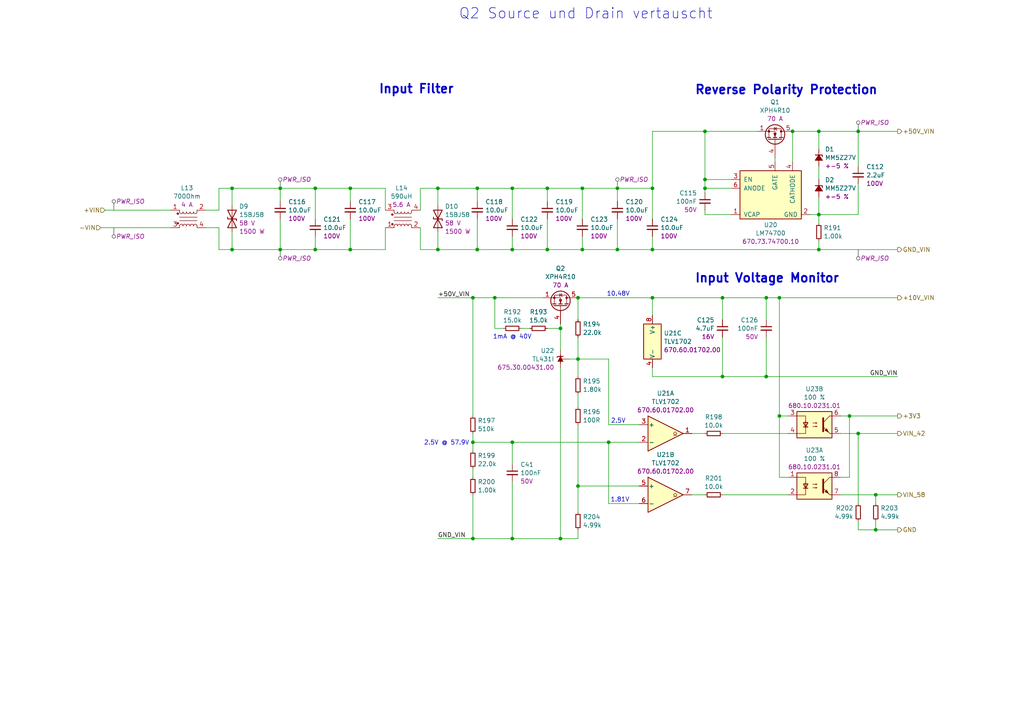
<source format=kicad_sch>
(kicad_sch (version 20250114) (generator "eeschema") (generator_version "9.0")
  (paper "A4")
  (title_block (title "CQ2") (date "2024-08-03") (rev "0") (comment 1 "Power Filter and Supervisor") (comment 2 "Manfred Schmitz") (comment 3 "tbd") (comment 4 "2024-06-30") (comment 5 "tbd") (comment 6 "A"))
  (text "1.81V\n" (at 179.832 145.034 0) (effects (font (size 1.27 1.27))))
  (text "Input Voltage Monitor" (at 201.422 82.296 0) (effects (font (size 2.54 2.54) (thickness 0.508) (bold yes)) (justify left bottom)))
  (text "Input Filter" (at 109.728 27.432 0) (effects (font (size 2.54 2.54) (thickness 0.508) (bold yes)) (justify left bottom)))
  (text "10.48V" (at 179.324 85.344 0) (effects (font (size 1.27 1.27))))
  (text "1mA @ 40V" (at 148.59 97.79 0) (effects (font (size 1.27 1.27))))
  (text "2.5V @ 57.9V" (at 129.54 128.524 0) (effects (font (size 1.27 1.27))))
  (text "2.5V" (at 179.324 122.174 0) (effects (font (size 1.27 1.27))))
  (text "Q2 Source und Drain vertauscht" (at 169.926 4.064 0) (effects (font (size 3 3))))
  (text "Reverse Polarity Protection" (at 201.422 27.686 0) (effects (font (size 2.54 2.54) (thickness 0.508) (bold yes)) (justify left bottom)))
  (junction (at 189.23 86.36))
  (junction (at 246.38 120.65))
  (junction (at 137.16 156.21))
  (junction (at 209.55 109.22))
  (junction (at 158.75 72.39))
  (junction (at 226.06 86.36))
  (junction (at 127 72.39))
  (junction (at 168.91 72.39))
  (junction (at 101.6 54.61))
  (junction (at 127 54.61))
  (junction (at 162.56 156.21))
  (junction (at 138.43 72.39))
  (junction (at 81.28 72.39))
  (junction (at 148.59 72.39))
  (junction (at 137.16 86.36))
  (junction (at 143.51 86.36))
  (junction (at 81.28 54.61))
  (junction (at 248.92 125.73))
  (junction (at 254 153.67))
  (junction (at 148.59 54.61))
  (junction (at 167.64 104.14))
  (junction (at 222.25 109.22))
  (junction (at 254 143.51))
  (junction (at 237.49 72.39))
  (junction (at 137.16 128.27))
  (junction (at 162.56 95.25))
  (junction (at 138.43 54.61))
  (junction (at 67.31 54.61))
  (junction (at 237.49 38.1))
  (junction (at 176.53 128.27))
  (junction (at 204.47 38.1))
  (junction (at 148.59 156.21))
  (junction (at 189.23 54.61))
  (junction (at 204.47 54.61))
  (junction (at 189.23 72.39))
  (junction (at 222.25 86.36))
  (junction (at 237.49 62.23))
  (junction (at 226.06 120.65))
  (junction (at 91.44 54.61))
  (junction (at 148.59 128.27))
  (junction (at 167.64 140.97))
  (junction (at 248.92 38.1))
  (junction (at 91.44 72.39))
  (junction (at 179.07 54.61))
  (junction (at 209.55 86.36))
  (junction (at 158.75 54.61))
  (junction (at 67.31 72.39))
  (junction (at 167.64 86.36))
  (junction (at 168.91 54.61))
  (junction (at 204.47 52.07))
  (junction (at 229.87 38.1))
  (junction (at 179.07 72.39))
  (junction (at 101.6 72.39))
  (wire (pts (xy 204.47 62.23) (xy 212.09 62.23)))
  (wire (pts (xy 204.47 38.1) (xy 189.23 38.1)))
  (wire (pts (xy 168.91 54.61) (xy 179.07 54.61)))
  (wire (pts (xy 248.92 62.23) (xy 237.49 62.23)))
  (wire (pts (xy 101.6 72.39) (xy 111.76 72.39)))
  (wire (pts (xy 121.92 54.61) (xy 127 54.61)))
  (wire (pts (xy 91.44 68.58) (xy 91.44 72.39)))
  (wire (pts (xy 237.49 72.39) (xy 237.49 69.85)))
  (wire (pts (xy 158.75 54.61) (xy 158.75 58.42)))
  (wire (pts (xy 148.59 128.27) (xy 176.53 128.27)))
  (wire (pts (xy 237.49 57.15) (xy 237.49 62.23)))
  (wire (pts (xy 121.92 66.04) (xy 121.92 72.39)))
  (wire (pts (xy 209.55 86.36) (xy 222.25 86.36)))
  (wire (pts (xy 63.5 66.04) (xy 59.69 66.04)))
  (wire (pts (xy 29.21 66.04) (xy 49.53 66.04)))
  (wire (pts (xy 168.91 68.58) (xy 168.91 72.39)))
  (wire (pts (xy 200.66 125.73) (xy 204.47 125.73)))
  (wire (pts (xy 243.84 125.73) (xy 248.92 125.73)))
  (wire (pts (xy 209.55 143.51) (xy 228.6 143.51)))
  (wire (pts (xy 222.25 109.22) (xy 260.35 109.22)))
  (wire (pts (xy 237.49 48.26) (xy 237.49 52.07)))
  (wire (pts (xy 167.64 114.3) (xy 167.64 118.11)))
  (wire (pts (xy 148.59 72.39) (xy 158.75 72.39)))
  (wire (pts (xy 101.6 72.39) (xy 101.6 63.5)))
  (wire (pts (xy 204.47 38.1) (xy 204.47 52.07)))
  (wire (pts (xy 162.56 156.21) (xy 167.64 156.21)))
  (wire (pts (xy 127 67.31) (xy 127 72.39)))
  (wire (pts (xy 185.42 123.19) (xy 176.53 123.19)))
  (wire (pts (xy 63.5 54.61) (xy 63.5 60.96)))
  (wire (pts (xy 63.5 72.39) (xy 63.5 66.04)))
  (wire (pts (xy 148.59 156.21) (xy 162.56 156.21)))
  (wire (pts (xy 137.16 125.73) (xy 137.16 128.27)))
  (wire (pts (xy 229.87 38.1) (xy 229.87 46.99)))
  (wire (pts (xy 189.23 68.58) (xy 189.23 72.39)))
  (wire (pts (xy 204.47 54.61) (xy 204.47 55.88)))
  (wire (pts (xy 209.55 109.22) (xy 222.25 109.22)))
  (wire (pts (xy 189.23 86.36) (xy 189.23 91.44)))
  (wire (pts (xy 176.53 123.19) (xy 176.53 104.14)))
  (wire (pts (xy 209.55 125.73) (xy 228.6 125.73)))
  (wire (pts (xy 167.64 104.14) (xy 176.53 104.14)))
  (wire (pts (xy 222.25 86.36) (xy 226.06 86.36)))
  (wire (pts (xy 167.64 97.79) (xy 167.64 104.14)))
  (wire (pts (xy 63.5 60.96) (xy 59.69 60.96)))
  (wire (pts (xy 248.92 38.1) (xy 260.35 38.1)))
  (wire (pts (xy 158.75 54.61) (xy 168.91 54.61)))
  (wire (pts (xy 246.38 120.65) (xy 260.35 120.65)))
  (wire (pts (xy 179.07 54.61) (xy 189.23 54.61)))
  (wire (pts (xy 81.28 54.61) (xy 91.44 54.61)))
  (wire (pts (xy 226.06 86.36) (xy 226.06 120.65)))
  (wire (pts (xy 189.23 109.22) (xy 209.55 109.22)))
  (wire (pts (xy 148.59 139.7) (xy 148.59 156.21)))
  (wire (pts (xy 185.42 128.27) (xy 176.53 128.27)))
  (wire (pts (xy 67.31 72.39) (xy 81.28 72.39)))
  (wire (pts (xy 179.07 72.39) (xy 179.07 63.5)))
  (wire (pts (xy 167.64 140.97) (xy 167.64 148.59)))
  (wire (pts (xy 228.6 138.43) (xy 226.06 138.43)))
  (wire (pts (xy 138.43 72.39) (xy 148.59 72.39)))
  (wire (pts (xy 237.49 62.23) (xy 237.49 64.77)))
  (wire (pts (xy 189.23 54.61) (xy 189.23 63.5)))
  (wire (pts (xy 243.84 138.43) (xy 246.38 138.43)))
  (wire (pts (xy 167.64 104.14) (xy 167.64 109.22)))
  (wire (pts (xy 158.75 72.39) (xy 158.75 63.5)))
  (wire (pts (xy 101.6 54.61) (xy 101.6 58.42)))
  (wire (pts (xy 137.16 86.36) (xy 137.16 120.65)))
  (wire (pts (xy 148.59 54.61) (xy 158.75 54.61)))
  (wire (pts (xy 248.92 48.26) (xy 248.92 38.1)))
  (wire (pts (xy 91.44 54.61) (xy 91.44 63.5)))
  (wire (pts (xy 254 143.51) (xy 260.35 143.51)))
  (wire (pts (xy 162.56 93.98) (xy 162.56 95.25)))
  (wire (pts (xy 167.64 153.67) (xy 167.64 156.21)))
  (wire (pts (xy 30.48 60.96) (xy 49.53 60.96)))
  (wire (pts (xy 127 72.39) (xy 138.43 72.39)))
  (wire (pts (xy 248.92 151.13) (xy 248.92 153.67)))
  (wire (pts (xy 165.1 104.14) (xy 167.64 104.14)))
  (wire (pts (xy 111.76 60.96) (xy 111.76 54.61)))
  (wire (pts (xy 168.91 72.39) (xy 179.07 72.39)))
  (wire (pts (xy 81.28 58.42) (xy 81.28 54.61)))
  (wire (pts (xy 111.76 54.61) (xy 101.6 54.61)))
  (wire (pts (xy 81.28 63.5) (xy 81.28 72.39)))
  (wire (pts (xy 148.59 54.61) (xy 148.59 63.5)))
  (wire (pts (xy 222.25 97.79) (xy 222.25 109.22)))
  (wire (pts (xy 167.64 86.36) (xy 167.64 92.71)))
  (wire (pts (xy 226.06 138.43) (xy 226.06 120.65)))
  (wire (pts (xy 127 86.36) (xy 137.16 86.36)))
  (wire (pts (xy 176.53 128.27) (xy 176.53 146.05)))
  (wire (pts (xy 162.56 95.25) (xy 162.56 101.6)))
  (wire (pts (xy 226.06 120.65) (xy 228.6 120.65)))
  (wire (pts (xy 162.56 106.68) (xy 162.56 156.21)))
  (wire (pts (xy 127 54.61) (xy 127 59.69)))
  (wire (pts (xy 67.31 54.61) (xy 81.28 54.61)))
  (wire (pts (xy 137.16 143.51) (xy 137.16 156.21)))
  (wire (pts (xy 248.92 53.34) (xy 248.92 62.23)))
  (wire (pts (xy 146.05 95.25) (xy 143.51 95.25)))
  (wire (pts (xy 248.92 125.73) (xy 260.35 125.73)))
  (wire (pts (xy 63.5 72.39) (xy 67.31 72.39)))
  (wire (pts (xy 204.47 54.61) (xy 212.09 54.61)))
  (wire (pts (xy 179.07 72.39) (xy 189.23 72.39)))
  (wire (pts (xy 204.47 52.07) (xy 204.47 54.61)))
  (wire (pts (xy 189.23 72.39) (xy 237.49 72.39)))
  (wire (pts (xy 137.16 135.89) (xy 137.16 138.43)))
  (wire (pts (xy 138.43 63.5) (xy 138.43 72.39)))
  (wire (pts (xy 204.47 38.1) (xy 219.71 38.1)))
  (wire (pts (xy 167.64 123.19) (xy 167.64 140.97)))
  (wire (pts (xy 248.92 153.67) (xy 254 153.67)))
  (wire (pts (xy 234.95 62.23) (xy 237.49 62.23)))
  (wire (pts (xy 209.55 92.71) (xy 209.55 86.36)))
  (wire (pts (xy 81.28 72.39) (xy 91.44 72.39)))
  (wire (pts (xy 91.44 54.61) (xy 101.6 54.61)))
  (wire (pts (xy 204.47 52.07) (xy 212.09 52.07)))
  (wire (pts (xy 189.23 38.1) (xy 189.23 54.61)))
  (wire (pts (xy 248.92 38.1) (xy 237.49 38.1)))
  (wire (pts (xy 189.23 106.68) (xy 189.23 109.22)))
  (wire (pts (xy 200.66 143.51) (xy 204.47 143.51)))
  (wire (pts (xy 158.75 95.25) (xy 162.56 95.25)))
  (wire (pts (xy 167.64 140.97) (xy 185.42 140.97)))
  (wire (pts (xy 67.31 54.61) (xy 67.31 59.69)))
  (wire (pts (xy 222.25 92.71) (xy 222.25 86.36)))
  (wire (pts (xy 158.75 72.39) (xy 168.91 72.39)))
  (wire (pts (xy 176.53 146.05) (xy 185.42 146.05)))
  (wire (pts (xy 137.16 86.36) (xy 143.51 86.36)))
  (wire (pts (xy 148.59 68.58) (xy 148.59 72.39)))
  (wire (pts (xy 137.16 128.27) (xy 148.59 128.27)))
  (wire (pts (xy 237.49 72.39) (xy 260.35 72.39)))
  (wire (pts (xy 246.38 138.43) (xy 246.38 120.65)))
  (wire (pts (xy 137.16 156.21) (xy 148.59 156.21)))
  (wire (pts (xy 137.16 128.27) (xy 137.16 130.81)))
  (wire (pts (xy 127 54.61) (xy 138.43 54.61)))
  (wire (pts (xy 63.5 54.61) (xy 67.31 54.61)))
  (wire (pts (xy 167.64 86.36) (xy 189.23 86.36)))
  (wire (pts (xy 151.13 95.25) (xy 153.67 95.25)))
  (wire (pts (xy 138.43 58.42) (xy 138.43 54.61)))
  (wire (pts (xy 254 153.67) (xy 260.35 153.67)))
  (wire (pts (xy 248.92 125.73) (xy 248.92 146.05)))
  (wire (pts (xy 204.47 60.96) (xy 204.47 62.23)))
  (wire (pts (xy 143.51 86.36) (xy 157.48 86.36)))
  (wire (pts (xy 148.59 128.27) (xy 148.59 134.62)))
  (wire (pts (xy 143.51 95.25) (xy 143.51 86.36)))
  (wire (pts (xy 121.92 72.39) (xy 127 72.39)))
  (wire (pts (xy 189.23 86.36) (xy 209.55 86.36)))
  (wire (pts (xy 111.76 66.04) (xy 111.76 72.39)))
  (wire (pts (xy 254 151.13) (xy 254 153.67)))
  (wire (pts (xy 91.44 72.39) (xy 101.6 72.39)))
  (wire (pts (xy 237.49 38.1) (xy 237.49 43.18)))
  (wire (pts (xy 138.43 54.61) (xy 148.59 54.61)))
  (wire (pts (xy 127 156.21) (xy 137.16 156.21)))
  (wire (pts (xy 254 146.05) (xy 254 143.51)))
  (wire (pts (xy 226.06 86.36) (xy 260.35 86.36)))
  (wire (pts (xy 121.92 60.96) (xy 121.92 54.61)))
  (wire (pts (xy 209.55 97.79) (xy 209.55 109.22)))
  (wire (pts (xy 246.38 120.65) (xy 243.84 120.65)))
  (wire (pts (xy 179.07 54.61) (xy 179.07 58.42)))
  (wire (pts (xy 224.79 45.72) (xy 224.79 46.99)))
  (wire (pts (xy 237.49 38.1) (xy 229.87 38.1)))
  (wire (pts (xy 67.31 67.31) (xy 67.31 72.39)))
  (wire (pts (xy 243.84 143.51) (xy 254 143.51)))
  (wire (pts (xy 168.91 54.61) (xy 168.91 63.5)))
  (label "GND_VIN" (at 127 156.21 0))
  (label "+50V_VIN" (at 127 86.36 0))
  (label "GND_VIN" (at 260.35 109.22 180))
  (hierarchical_label "+50V_VIN" (shape output) (at 260.35 38.1 0))
  (hierarchical_label "+3V3" (shape output) (at 260.35 120.65 0))
  (hierarchical_label "+10V_VIN" (shape output) (at 260.35 86.36 0))
  (hierarchical_label "-VIN" (shape input) (at 29.21 66.04 180))
  (hierarchical_label "VIN_42" (shape output) (at 260.35 125.73 0))
  (hierarchical_label "GND_VIN" (shape output) (at 260.35 72.39 0))
  (hierarchical_label "GND" (shape output) (at 260.35 153.67 0))
  (hierarchical_label "+VIN" (shape input) (at 30.48 60.96 180))
  (hierarchical_label "VIN_58" (shape output) (at 260.35 143.51 0))
  (netclass_flag "" (length 2.54) (shape round) (at 33.02 66.04 180) (property "Netclass" "PWR_ISO" (at 33.6296 68.58 0) (effects (font (italic yes)) (justify left))))
  (netclass_flag "" (length 2.54) (shape round) (at 179.07 54.61 0) (property "Netclass" "PWR_ISO" (at 179.6796 52.07 0) (effects (font (italic yes)) (justify left))))
  (netclass_flag "" (length 2.54) (shape round) (at 248.92 72.39 180) (property "Netclass" "PWR_ISO" (at 249.5296 74.93 0) (effects (font (italic yes)) (justify left))))
  (netclass_flag "" (length 2.54) (shape round) (at 81.28 54.61 0) (property "Netclass" "PWR_ISO" (at 81.8896 52.07 0) (effects (font (italic yes)) (justify left))))
  (netclass_flag "" (length 2.54) (shape round) (at 248.92 38.1 0) (property "Netclass" "PWR_ISO" (at 249.5296 35.56 0) (effects (font (italic yes)) (justify left))))
  (netclass_flag "" (length 2.54) (shape round) (at 81.28 72.39 180) (property "Netclass" "PWR_ISO" (at 81.8896 74.93 0) (effects (font (italic yes)) (justify left))))
  (netclass_flag "" (length 2.54) (shape round) (at 33.02 60.96 0) (property "Netclass" "PWR_ISO" (at 33.6296 58.42 0) (effects (font (italic yes)) (justify left))))
  (symbol (lib_id "ci4rail-database:resistors/179") (at 207.01 143.51 90) (unit 1)
    (property "Reference" "R201" (at 207.01 138.7305 90))
    (property "Value" "10.0k" (at 207.01 141.1548 90))
    (property "Footprint" "0-standard:0402-resistor" (effects (hide yes)))
    (property "Description" "Thick film resistor" (effects (hide yes)))
    (property "Value1" "+/-1%" (effects (hide yes)))
    (property "Value2" "100 ppm" (effects (hide yes)))
    (property "Value3" "62.5 mW" (effects (hide yes)))
    (property "Value4" "50 V" (effects (hide yes)))
    (property "MPN" "n/a" (effects (hide yes)))
    (property "LTB" "9999" (effects (hide yes)))
    (property "ERP1" "M110-00163-00" (effects (hide yes)))
    (property "ERP2" "101.403.3100" (effects (hide yes)))
    (property "Lifecycle" "released" (effects (hide yes)))
    (property "Cost" "0.01" (effects (hide yes)))
    (property "Outline" "SMT 0402" (effects (hide yes)))
  )
  (symbol (lib_id "ci4rail-database:resistors/170") (at 254 148.59 180) (unit 1)
    (property "Reference" "R203" (at 255.397 147.3778 0) (effects (justify right)))
    (property "Value" "4.99k" (at 255.397 149.8021 0) (effects (justify right)))
    (property "Footprint" "0-standard:0402-resistor" (effects (hide yes)))
    (property "Description" "Thick film resistor" (effects (hide yes)))
    (property "Value1" "+/-1%" (effects (hide yes)))
    (property "Value2" "100 ppm" (effects (hide yes)))
    (property "Value3" "62.5 mW" (effects (hide yes)))
    (property "Value4" "50 V" (effects (hide yes)))
    (property "MPN" "n/a" (effects (hide yes)))
    (property "LTB" "9999" (effects (hide yes)))
    (property "ERP1" "M110-00154-00" (effects (hide yes)))
    (property "ERP2" "101.403.2499" (effects (hide yes)))
    (property "Lifecycle" "released" (effects (hide yes)))
    (property "Cost" "0.01" (effects (hide yes)))
    (property "Outline" "SMT 0402" (effects (hide yes)))
  )
  (symbol (lib_id "ci4rail-database:resistors/179") (at 207.01 125.73 90) (unit 1)
    (property "Reference" "R198" (at 207.01 120.9505 90))
    (property "Value" "10.0k" (at 207.01 123.3748 90))
    (property "Footprint" "0-standard:0402-resistor" (effects (hide yes)))
    (property "Description" "Thick film resistor" (effects (hide yes)))
    (property "Value1" "+/-1%" (effects (hide yes)))
    (property "Value2" "100 ppm" (effects (hide yes)))
    (property "Value3" "62.5 mW" (effects (hide yes)))
    (property "Value4" "50 V" (effects (hide yes)))
    (property "MPN" "n/a" (effects (hide yes)))
    (property "LTB" "9999" (effects (hide yes)))
    (property "ERP1" "M110-00163-00" (effects (hide yes)))
    (property "ERP2" "101.403.3100" (effects (hide yes)))
    (property "Lifecycle" "released" (effects (hide yes)))
    (property "Cost" "0.01" (effects (hide yes)))
    (property "Outline" "SMT 0402" (effects (hide yes)))
  )
  (symbol (lib_id "ci4rail-database:discrete/67") (at 237.49 45.72 270) (unit 1)
    (property "Reference" "D1" (at 239.268 43.2957 90) (effects (justify left)))
    (property "Value" "MM5Z27V" (at 239.268 45.72 90) (effects (justify left)))
    (property "Footprint" "0-standard:SOD-523-diode" (effects (hide yes)))
    (property "Datasheet" "${KICAD_CI4RAIL_DATASHEET_DIR}/discrete-67" (effects (hide yes)))
    (property "Description" "Zener Diode" (effects (hide yes)))
    (property "Value2" "+-5 %" (at 239.268 48.1443 90) (effects (justify left)))
    (property "Value1" "27 V" (effects (hide yes)))
    (property "Value3" "300mW" (effects (hide yes)))
    (property "MPN" "OnSemi MM5Z27VT5GF" (effects (hide yes)))
    (property "LTB" "2034" (effects (hide yes)))
    (property "ERP1" "discrete-67" (effects (hide yes)))
    (property "ERP2" "690.51.0270.20.1" (effects (hide yes)))
    (property "Cost" "0.04" (effects (hide yes)))
    (property "Lifecycle" "review pending CQ2" (effects (hide yes)))
    (property "Outline" "SMT SOD-523" (effects (hide yes)))
  )
  (symbol (lib_id "ci4rail-database:integrated/143") (at 193.04 143.51 0) (unit 2)
    (property "Reference" "U21" (at 193.04 131.8613 0))
    (property "Value" "TLV1702" (at 193.04 134.2856 0))
    (property "Footprint" "0-standard:VSSOP-8_3.0x3.0mm_P0.65mm" (effects (hide yes)))
    (property "Datasheet" "${KICAD_CI4RAIL_DATASHEET_DIR}/integrated-143" (effects (hide yes)))
    (property "Description" "Analog Comparator dual" (effects (hide yes)))
    (property "Value1" "2.2 to 36 V" (effects (hide yes)))
    (property "Value2" "560 ns" (effects (hide yes)))
    (property "ERP2" "670.60.01702.00" (at 193.04 136.7099 0))
    (property "Value3" "Open drain" (effects (hide yes)))
    (property "MPN" "TI TLV1702AIDGKR" (effects (hide yes)))
    (property "LTB" "2034" (effects (hide yes)))
    (property "ERP1" "integrated-143" (effects (hide yes)))
    (property "Cost" "0.79" (effects (hide yes)))
    (property "Lifecycle" "ERP1 pending SO1" (effects (hide yes)))
    (property "Outline" "SMT VSSOP-8_3.0x3.0mm_P0.65mm" (effects (hide yes)))
  )
  (symbol (lib_id "ci4rail-database:capacitors/23") (at 179.07 60.96 0) (unit 1)
    (property "Reference" "C120" (at 181.3941 58.542 0) (effects (justify left)))
    (property "Value" "10.0uF" (at 181.3941 60.9663 0) (effects (justify left)))
    (property "Footprint" "0-standard:1210-2.5-capacitor" (effects (hide yes)))
    (property "Description" "Multilayer Ceramic Capacitors" (effects (hide yes)))
    (property "Value1" "+/-20 %" (effects (hide yes)))
    (property "Value2" "100V" (at 181.3941 63.3906 0) (effects (justify left)))
    (property "Value3" "X7R/X7S" (effects (hide yes)))
    (property "MPN" "n/a" (effects (hide yes)))
    (property "LTB" "9999" (effects (hide yes)))
    (property "ERP1" "M120-00012-01" (effects (hide yes)))
    (property "ERP2" "110.11.610.100.1" (effects (hide yes)))
    (property "Lifecycle" "released" (effects (hide yes)))
    (property "Outline" "SMT 1210 2.5" (effects (hide yes)))
  )
  (symbol (lib_id "ci4rail-database:resistors/185") (at 156.21 95.25 90) (unit 1)
    (property "Reference" "R193" (at 156.21 90.4705 90))
    (property "Value" "15.0k" (at 156.21 92.8948 90))
    (property "Footprint" "0-standard:0402-resistor" (effects (hide yes)))
    (property "Description" "Thick film resistor" (effects (hide yes)))
    (property "Value1" "+/-1%" (effects (hide yes)))
    (property "Value2" "100 ppm" (effects (hide yes)))
    (property "Value3" "62.5 mW" (effects (hide yes)))
    (property "Value4" "50 V" (effects (hide yes)))
    (property "MPN" "n/a" (effects (hide yes)))
    (property "LTB" "9999" (effects (hide yes)))
    (property "ERP1" "M110-00169-00" (effects (hide yes)))
    (property "ERP2" "101.403.3150" (effects (hide yes)))
    (property "Lifecycle" "released" (effects (hide yes)))
    (property "Cost" "0.01" (effects (hide yes)))
    (property "Outline" "SMT 0402" (effects (hide yes)))
  )
  (symbol (lib_id "ci4rail-database:discrete/59") (at 162.56 88.9 270) (mirror x) (unit 1)
    (property "Reference" "Q2" (at 162.56 77.8609 90))
    (property "Value" "XPH4R10" (at 162.56 80.2852 90))
    (property "Footprint" "1-special:discrete-59" (effects (hide yes)))
    (property "Datasheet" "${KICAD_CI4RAIL_DATASHEET_DIR}/M145-00007-00" (effects (hide yes)))
    (property "Description" "Transistor MOSFET N-Channel" (effects (hide yes)))
    (property "Value2" "70 A" (at 162.56 82.7095 90))
    (property "Value1" "100 V" (effects (hide yes)))
    (property "Value3" "8.5 mOhm" (effects (hide yes)))
    (property "Value4" "4 V / 75 nC" (effects (hide yes)))
    (property "MPN" "Toshiba XPH4R10ANB,L1XHQ" (effects (hide yes)))
    (property "MPN1" "Toshiba XPH4R10ANB,L1XHQ" (effects (hide yes)))
    (property "MPN2" "Diodes DMT10H009SPS-13" (effects (hide yes)))
    (property "LTB" "2033" (effects (hide yes)))
    (property "ERP1" "M145-00007-00" (effects (hide yes)))
    (property "ERP2" "691.00.10070.00" (effects (hide yes)))
    (property "Cost" "0.66" (effects (hide yes)))
    (property "Lifecycle" "released" (effects (hide yes)))
    (property "Outline" "SMT SOP-Advance-8" (effects (hide yes)))
  )
  (symbol (lib_id "ci4rail-database:capacitors/23") (at 91.44 66.04 0) (unit 1)
    (property "Reference" "C121" (at 93.7641 63.622 0) (effects (justify left)))
    (property "Value" "10.0uF" (at 93.7641 66.0463 0) (effects (justify left)))
    (property "Footprint" "0-standard:1210-2.5-capacitor" (effects (hide yes)))
    (property "Description" "Multilayer Ceramic Capacitors" (effects (hide yes)))
    (property "Value1" "+/-20 %" (effects (hide yes)))
    (property "Value2" "100V" (at 93.7641 68.4706 0) (effects (justify left)))
    (property "Value3" "X7R/X7S" (effects (hide yes)))
    (property "MPN" "n/a" (effects (hide yes)))
    (property "LTB" "9999" (effects (hide yes)))
    (property "ERP1" "M120-00012-01" (effects (hide yes)))
    (property "ERP2" "110.11.610.100.1" (effects (hide yes)))
    (property "Lifecycle" "released" (effects (hide yes)))
    (property "Outline" "SMT 1210 2.5" (effects (hide yes)))
  )
  (symbol (lib_id "ci4rail-database:integrated/47") (at 223.52 57.15 0) (unit 1)
    (property "Reference" "U20" (at 223.52 65.2201 0))
    (property "Value" "LM74700" (at 223.52 67.6444 0))
    (property "Footprint" "0-standard:SOT-23-6" (effects (hide yes)))
    (property "Datasheet" "${KICAD_CI4RAIL_DATASHEET_DIR}/M164-00002-00" (effects (hide yes)))
    (property "Description" "Power Ideal Diode Controller" (effects (hide yes)))
    (property "Value1" "3.2  to 65 V" (effects (hide yes)))
    (property "Value2" "80 uA" (effects (hide yes)))
    (property "MPN" "TI LM74700QDBVRQ1" (effects (hide yes)))
    (property "LTB" "2032" (effects (hide yes)))
    (property "ERP1" "M164-00002-00" (effects (hide yes)))
    (property "ERP2" "670.73.74700.10" (at 223.52 70.0687 0))
    (property "Cost" "1.12" (effects (hide yes)))
    (property "Lifecycle" "released" (effects (hide yes)))
    (property "Outline" "SMT SOT-23" (effects (hide yes)))
  )
  (symbol (lib_id "ci4rail-database:capacitors/23") (at 101.6 60.96 0) (unit 1)
    (property "Reference" "C117" (at 103.9241 58.542 0) (effects (justify left)))
    (property "Value" "10.0uF" (at 103.9241 60.9663 0) (effects (justify left)))
    (property "Footprint" "0-standard:1210-2.5-capacitor" (effects (hide yes)))
    (property "Description" "Multilayer Ceramic Capacitors" (effects (hide yes)))
    (property "Value1" "+/-20 %" (effects (hide yes)))
    (property "Value2" "100V" (at 103.9241 63.3906 0) (effects (justify left)))
    (property "Value3" "X7R/X7S" (effects (hide yes)))
    (property "MPN" "n/a" (effects (hide yes)))
    (property "LTB" "9999" (effects (hide yes)))
    (property "ERP1" "M120-00012-01" (effects (hide yes)))
    (property "ERP2" "110.11.610.100.1" (effects (hide yes)))
    (property "Lifecycle" "released" (effects (hide yes)))
    (property "Outline" "SMT 1210 2.5" (effects (hide yes)))
  )
  (symbol (lib_id "ci4rail-database:capacitors/23") (at 168.91 66.04 0) (unit 1)
    (property "Reference" "C123" (at 171.2341 63.622 0) (effects (justify left)))
    (property "Value" "10.0uF" (at 171.2341 66.0463 0) (effects (justify left)))
    (property "Footprint" "0-standard:1210-2.5-capacitor" (effects (hide yes)))
    (property "Description" "Multilayer Ceramic Capacitors" (effects (hide yes)))
    (property "Value1" "+/-20 %" (effects (hide yes)))
    (property "Value2" "100V" (at 171.2341 68.4706 0) (effects (justify left)))
    (property "Value3" "X7R/X7S" (effects (hide yes)))
    (property "MPN" "n/a" (effects (hide yes)))
    (property "LTB" "9999" (effects (hide yes)))
    (property "ERP1" "M120-00012-01" (effects (hide yes)))
    (property "ERP2" "110.11.610.100.1" (effects (hide yes)))
    (property "Lifecycle" "released" (effects (hide yes)))
    (property "Outline" "SMT 1210 2.5" (effects (hide yes)))
  )
  (symbol (lib_id "ci4rail-database:capacitors/23") (at 158.75 60.96 0) (unit 1)
    (property "Reference" "C119" (at 161.0741 58.542 0) (effects (justify left)))
    (property "Value" "10.0uF" (at 161.0741 60.9663 0) (effects (justify left)))
    (property "Footprint" "0-standard:1210-2.5-capacitor" (effects (hide yes)))
    (property "Description" "Multilayer Ceramic Capacitors" (effects (hide yes)))
    (property "Value1" "+/-20 %" (effects (hide yes)))
    (property "Value2" "100V" (at 161.0741 63.3906 0) (effects (justify left)))
    (property "Value3" "X7R/X7S" (effects (hide yes)))
    (property "MPN" "n/a" (effects (hide yes)))
    (property "LTB" "9999" (effects (hide yes)))
    (property "ERP1" "M120-00012-01" (effects (hide yes)))
    (property "ERP2" "110.11.610.100.1" (effects (hide yes)))
    (property "Lifecycle" "released" (effects (hide yes)))
    (property "Outline" "SMT 1210 2.5" (effects (hide yes)))
  )
  (symbol (lib_id "ci4rail-database:resistors/170") (at 248.92 148.59 180) (unit 1)
    (property "Reference" "R202" (at 247.523 147.3778 0) (effects (justify left)))
    (property "Value" "4.99k" (at 247.523 149.8021 0) (effects (justify left)))
    (property "Footprint" "0-standard:0402-resistor" (effects (hide yes)))
    (property "Description" "Thick film resistor" (effects (hide yes)))
    (property "Value1" "+/-1%" (effects (hide yes)))
    (property "Value2" "100 ppm" (effects (hide yes)))
    (property "Value3" "62.5 mW" (effects (hide yes)))
    (property "Value4" "50 V" (effects (hide yes)))
    (property "MPN" "n/a" (effects (hide yes)))
    (property "LTB" "9999" (effects (hide yes)))
    (property "ERP1" "M110-00154-00" (effects (hide yes)))
    (property "ERP2" "101.403.2499" (effects (hide yes)))
    (property "Lifecycle" "released" (effects (hide yes)))
    (property "Cost" "0.01" (effects (hide yes)))
    (property "Outline" "SMT 0402" (effects (hide yes)))
  )
  (symbol (lib_id "ci4rail-database:capacitors/86") (at 204.47 58.42 0) (unit 1)
    (property "Reference" "C115" (at 202.146 56.002 0) (effects (justify right)))
    (property "Value" "100nF" (at 202.146 58.4263 0) (effects (justify right)))
    (property "Footprint" "0-standard:0402-capacitor" (effects (hide yes)))
    (property "Description" "Multilayer Ceramic Capacitors" (effects (hide yes)))
    (property "Value1" "+/-10 %" (effects (hide yes)))
    (property "Value2" "50V" (at 202.146 60.8506 0) (effects (justify right)))
    (property "Value3" "X5R/X7R" (effects (hide yes)))
    (property "MPN" "n/a" (effects (hide yes)))
    (property "LTB" "9999" (effects (hide yes)))
    (property "ERP1" "M120-00060-00" (effects (hide yes)))
    (property "ERP2" "110.42.410.050.0" (effects (hide yes)))
    (property "Cost" "0.02" (effects (hide yes)))
    (property "Lifecycle" "released" (effects (hide yes)))
    (property "Outline" "SMT 0402" (effects (hide yes)))
  )
  (symbol (lib_id "ci4rail-database:integrated/143") (at 191.77 99.06 0) (unit 3)
    (property "Reference" "U21" (at 192.532 96.6357 0) (effects (justify left)))
    (property "Value" "TLV1702" (at 192.532 99.06 0) (effects (justify left)))
    (property "Footprint" "0-standard:VSSOP-8_3.0x3.0mm_P0.65mm" (effects (hide yes)))
    (property "Datasheet" "${KICAD_CI4RAIL_DATASHEET_DIR}/integrated-143" (effects (hide yes)))
    (property "Description" "Analog Comparator dual" (effects (hide yes)))
    (property "Value1" "2.2 to 36 V" (effects (hide yes)))
    (property "Value2" "560 ns" (effects (hide yes)))
    (property "ERP2" "670.60.01702.00" (at 192.532 101.4843 0) (effects (justify left)))
    (property "Value3" "Open drain" (effects (hide yes)))
    (property "MPN" "TI TLV1702AIDGKR" (effects (hide yes)))
    (property "LTB" "2034" (effects (hide yes)))
    (property "ERP1" "integrated-143" (effects (hide yes)))
    (property "Cost" "0.79" (effects (hide yes)))
    (property "Lifecycle" "ERP1 pending SO1" (effects (hide yes)))
    (property "Outline" "SMT VSSOP-8_3.0x3.0mm_P0.65mm" (effects (hide yes)))
  )
  (symbol (lib_id "ci4rail-database:capacitors/23") (at 81.28 60.96 0) (unit 1)
    (property "Reference" "C116" (at 83.6041 58.542 0) (effects (justify left)))
    (property "Value" "10.0uF" (at 83.6041 60.9663 0) (effects (justify left)))
    (property "Footprint" "0-standard:1210-2.5-capacitor" (effects (hide yes)))
    (property "Description" "Multilayer Ceramic Capacitors" (effects (hide yes)))
    (property "Value1" "+/-20 %" (effects (hide yes)))
    (property "Value2" "100V" (at 83.6041 63.3906 0) (effects (justify left)))
    (property "Value3" "X7R/X7S" (effects (hide yes)))
    (property "MPN" "n/a" (effects (hide yes)))
    (property "LTB" "9999" (effects (hide yes)))
    (property "ERP1" "M120-00012-01" (effects (hide yes)))
    (property "ERP2" "110.11.610.100.1" (effects (hide yes)))
    (property "Lifecycle" "released" (effects (hide yes)))
    (property "Outline" "SMT 1210 2.5" (effects (hide yes)))
  )
  (symbol (lib_id "ci4rail-database:resistors/150") (at 137.16 140.97 0) (unit 1)
    (property "Reference" "R200" (at 138.557 139.7578 0) (effects (justify left)))
    (property "Value" "1.00k" (at 138.557 142.1821 0) (effects (justify left)))
    (property "Footprint" "0-standard:0402-resistor" (effects (hide yes)))
    (property "Description" "Thick film resistor" (effects (hide yes)))
    (property "Value1" "+/-1%" (effects (hide yes)))
    (property "Value2" "100 ppm" (effects (hide yes)))
    (property "Value3" "62.5 mW" (effects (hide yes)))
    (property "Value4" "50 V" (effects (hide yes)))
    (property "MPN" "n/a" (effects (hide yes)))
    (property "LTB" "9999" (effects (hide yes)))
    (property "ERP1" "M110-00134-00" (effects (hide yes)))
    (property "ERP2" "101.403.2100" (effects (hide yes)))
    (property "Lifecycle" "released" (effects (hide yes)))
    (property "Cost" "0.01" (effects (hide yes)))
    (property "Outline" "SMT 0402" (effects (hide yes)))
  )
  (symbol (lib_id "ci4rail-database:capacitors/86") (at 148.59 137.16 0) (unit 1)
    (property "Reference" "C41" (at 150.9141 134.742 0) (effects (justify left)))
    (property "Value" "100nF" (at 150.9141 137.1663 0) (effects (justify left)))
    (property "Footprint" "0-standard:0402-capacitor" (effects (hide yes)))
    (property "Description" "Multilayer Ceramic Capacitors" (effects (hide yes)))
    (property "Value1" "+/-10 %" (effects (hide yes)))
    (property "Value2" "50V" (at 150.9141 139.5906 0) (effects (justify left)))
    (property "Value3" "X5R/X7R" (effects (hide yes)))
    (property "MPN" "n/a" (effects (hide yes)))
    (property "LTB" "9999" (effects (hide yes)))
    (property "ERP1" "M120-00060-00" (effects (hide yes)))
    (property "ERP2" "110.42.410.050.0" (effects (hide yes)))
    (property "Cost" "0.02" (effects (hide yes)))
    (property "Lifecycle" "released" (effects (hide yes)))
    (property "Outline" "SMT 0402" (effects (hide yes)))
  )
  (symbol (lib_id "ci4rail-database:opto/8") (at 236.22 123.19 0) (unit 2)
    (property "Reference" "U23" (at 236.22 112.8113 0))
    (property "Value" "100 %" (at 236.22 115.2356 0))
    (property "Footprint" "1-special:opto-7" (effects (hide yes)))
    (property "Datasheet" "${KICAD_CI4RAIL_DATASHEET_DIR}/M151-00003-01" (effects (hide yes)))
    (property "Description" "Optocoupler dual" (effects (hide yes)))
    (property "Value1" "70 V" (effects (hide yes)))
    (property "Value2" "150 mA" (effects (hide yes)))
    (property "Value3" "2500 Vrms" (effects (hide yes)))
    (property "Value4" "7.5 us" (effects (hide yes)))
    (property "MPN" "ONSemi MOCD213M" (effects (hide yes)))
    (property "LTB" "2032" (effects (hide yes)))
    (property "ERP1" "M151-00003-01" (effects (hide yes)))
    (property "ERP2" "680.10.0231.01" (at 236.22 117.6599 0))
    (property "Cost" "0.46" (effects (hide yes)))
    (property "Lifecycle" "released" (effects (hide yes)))
    (property "Outline" "SMT 6x5x3.6" (effects (hide yes)))
  )
  (symbol (lib_id "ci4rail-database:resistors/228") (at 137.16 123.19 0) (unit 1)
    (property "Reference" "R197" (at 138.557 121.9778 0) (effects (justify left)))
    (property "Value" "510k" (at 138.557 124.4021 0) (effects (justify left)))
    (property "Footprint" "0-standard:0402-resistor" (effects (hide yes)))
    (property "Description" "Thick film resistor" (effects (hide yes)))
    (property "Value1" "+/-1%" (effects (hide yes)))
    (property "Value2" "100 ppm" (effects (hide yes)))
    (property "Value3" "62.5 mW" (effects (hide yes)))
    (property "Value4" "50 V" (effects (hide yes)))
    (property "MPN" "n/a" (effects (hide yes)))
    (property "LTB" "9999" (effects (hide yes)))
    (property "ERP1" "M110-00212-00" (effects (hide yes)))
    (property "ERP2" "101.403.4510" (effects (hide yes)))
    (property "Lifecycle" "released" (effects (hide yes)))
    (property "Cost" "0.01" (effects (hide yes)))
    (property "Outline" "SMT 0402" (effects (hide yes)))
  )
  (symbol (lib_id "ci4rail-database:resistors/191") (at 167.64 95.25 0) (unit 1)
    (property "Reference" "R194" (at 169.037 94.0378 0) (effects (justify left)))
    (property "Value" "22.0k" (at 169.037 96.4621 0) (effects (justify left)))
    (property "Footprint" "0-standard:0402-resistor" (effects (hide yes)))
    (property "Description" "Thick film resistor" (effects (hide yes)))
    (property "Value1" "+/-1%" (effects (hide yes)))
    (property "Value2" "100 ppm" (effects (hide yes)))
    (property "Value3" "62.5 mW" (effects (hide yes)))
    (property "Value4" "50 V" (effects (hide yes)))
    (property "MPN" "n/a" (effects (hide yes)))
    (property "LTB" "9999" (effects (hide yes)))
    (property "ERP1" "M110-00175-00" (effects (hide yes)))
    (property "ERP2" "101.403.3220" (effects (hide yes)))
    (property "Lifecycle" "released" (effects (hide yes)))
    (property "Cost" "0.01" (effects (hide yes)))
    (property "Outline" "SMT 0402" (effects (hide yes)))
  )
  (symbol (lib_id "ci4rail-database:capacitors/23") (at 138.43 60.96 0) (unit 1)
    (property "Reference" "C118" (at 140.7541 58.542 0) (effects (justify left)))
    (property "Value" "10.0uF" (at 140.7541 60.9663 0) (effects (justify left)))
    (property "Footprint" "0-standard:1210-2.5-capacitor" (effects (hide yes)))
    (property "Description" "Multilayer Ceramic Capacitors" (effects (hide yes)))
    (property "Value1" "+/-20 %" (effects (hide yes)))
    (property "Value2" "100V" (at 140.7541 63.3906 0) (effects (justify left)))
    (property "Value3" "X7R/X7S" (effects (hide yes)))
    (property "MPN" "n/a" (effects (hide yes)))
    (property "LTB" "9999" (effects (hide yes)))
    (property "ERP1" "M120-00012-01" (effects (hide yes)))
    (property "ERP2" "110.11.610.100.1" (effects (hide yes)))
    (property "Lifecycle" "released" (effects (hide yes)))
    (property "Outline" "SMT 1210 2.5" (effects (hide yes)))
  )
  (symbol (lib_id "ci4rail-database:resistors/156") (at 167.64 111.76 0) (unit 1)
    (property "Reference" "R195" (at 169.037 110.5478 0) (effects (justify left)))
    (property "Value" "1.80k" (at 169.037 112.9721 0) (effects (justify left)))
    (property "Footprint" "0-standard:0402-resistor" (effects (hide yes)))
    (property "Description" "Thick film resistor" (effects (hide yes)))
    (property "Value1" "+/-1%" (effects (hide yes)))
    (property "Value2" "100 ppm" (effects (hide yes)))
    (property "Value3" "62.5 mW" (effects (hide yes)))
    (property "Value4" "50 V" (effects (hide yes)))
    (property "MPN" "n/a" (effects (hide yes)))
    (property "LTB" "9999" (effects (hide yes)))
    (property "ERP1" "M110-00140-00" (effects (hide yes)))
    (property "ERP2" "101.403.2180" (effects (hide yes)))
    (property "Lifecycle" "released" (effects (hide yes)))
    (property "Cost" "0.01" (effects (hide yes)))
    (property "Outline" "SMT 0402" (effects (hide yes)))
  )
  (symbol (lib_id "ci4rail-database:resistors/191") (at 137.16 133.35 0) (unit 1)
    (property "Reference" "R199" (at 138.557 132.1378 0) (effects (justify left)))
    (property "Value" "22.0k" (at 138.557 134.5621 0) (effects (justify left)))
    (property "Footprint" "0-standard:0402-resistor" (effects (hide yes)))
    (property "Description" "Thick film resistor" (effects (hide yes)))
    (property "Value1" "+/-1%" (effects (hide yes)))
    (property "Value2" "100 ppm" (effects (hide yes)))
    (property "Value3" "62.5 mW" (effects (hide yes)))
    (property "Value4" "50 V" (effects (hide yes)))
    (property "MPN" "n/a" (effects (hide yes)))
    (property "LTB" "9999" (effects (hide yes)))
    (property "ERP1" "M110-00175-00" (effects (hide yes)))
    (property "ERP2" "101.403.3220" (effects (hide yes)))
    (property "Lifecycle" "released" (effects (hide yes)))
    (property "Cost" "0.01" (effects (hide yes)))
    (property "Outline" "SMT 0402" (effects (hide yes)))
  )
  (symbol (lib_id "ci4rail-database:resistors/185") (at 148.59 95.25 90) (unit 1)
    (property "Reference" "R192" (at 148.59 90.4705 90))
    (property "Value" "15.0k" (at 148.59 92.8948 90))
    (property "Footprint" "0-standard:0402-resistor" (effects (hide yes)))
    (property "Description" "Thick film resistor" (effects (hide yes)))
    (property "Value1" "+/-1%" (effects (hide yes)))
    (property "Value2" "100 ppm" (effects (hide yes)))
    (property "Value3" "62.5 mW" (effects (hide yes)))
    (property "Value4" "50 V" (effects (hide yes)))
    (property "MPN" "n/a" (effects (hide yes)))
    (property "LTB" "9999" (effects (hide yes)))
    (property "ERP1" "M110-00169-00" (effects (hide yes)))
    (property "ERP2" "101.403.3150" (effects (hide yes)))
    (property "Lifecycle" "released" (effects (hide yes)))
    (property "Cost" "0.01" (effects (hide yes)))
    (property "Outline" "SMT 0402" (effects (hide yes)))
  )
  (symbol (lib_id "ci4rail-database:capacitors/100") (at 248.92 50.8 0) (unit 1)
    (property "Reference" "C112" (at 251.2441 48.382 0) (effects (justify left)))
    (property "Value" "2.2uF" (at 251.2441 50.8063 0) (effects (justify left)))
    (property "Footprint" "0-standard:1206-capacitor" (effects (hide yes)))
    (property "Description" "Multilayer Ceramic Capacitors" (effects (hide yes)))
    (property "Value1" "+/-10 %" (effects (hide yes)))
    (property "Value2" "100V" (at 251.2441 53.2306 0) (effects (justify left)))
    (property "Value3" "X7R" (effects (hide yes)))
    (property "MPN" "n/a" (effects (hide yes)))
    (property "LTB" "9999" (effects (hide yes)))
    (property "ERP1" "capacitors-100" (effects (hide yes)))
    (property "ERP2" "110.1.522.100.1" (effects (hide yes)))
    (property "Cost" "0.02" (effects (hide yes)))
    (property "Lifecycle" "to be reviewed CQ2" (effects (hide yes)))
    (property "Outline" "SMT 1206" (effects (hide yes)))
  )
  (symbol (lib_id "ci4rail-database:capacitors/23") (at 189.23 66.04 0) (unit 1)
    (property "Reference" "C124" (at 191.5541 63.622 0) (effects (justify left)))
    (property "Value" "10.0uF" (at 191.5541 66.0463 0) (effects (justify left)))
    (property "Footprint" "0-standard:1210-2.5-capacitor" (effects (hide yes)))
    (property "Description" "Multilayer Ceramic Capacitors" (effects (hide yes)))
    (property "Value1" "+/-20 %" (effects (hide yes)))
    (property "Value2" "100V" (at 191.5541 68.4706 0) (effects (justify left)))
    (property "Value3" "X7R/X7S" (effects (hide yes)))
    (property "MPN" "n/a" (effects (hide yes)))
    (property "LTB" "9999" (effects (hide yes)))
    (property "ERP1" "M120-00012-01" (effects (hide yes)))
    (property "ERP2" "110.11.610.100.1" (effects (hide yes)))
    (property "Lifecycle" "released" (effects (hide yes)))
    (property "Outline" "SMT 1210 2.5" (effects (hide yes)))
  )
  (symbol (lib_id "ci4rail-database:capacitors/91") (at 209.55 95.25 0) (mirror y) (unit 1)
    (property "Reference" "C125" (at 207.2259 92.832 0) (effects (justify left)))
    (property "Value" "4.7uF" (at 207.2259 95.2563 0) (effects (justify left)))
    (property "Footprint" "0-standard:0402-capacitor" (effects (hide yes)))
    (property "Description" "Multilayer Ceramic Capacitors" (effects (hide yes)))
    (property "Value1" "+/-20 %" (effects (hide yes)))
    (property "Value2" "16V" (at 207.2259 97.6806 0) (effects (justify left)))
    (property "Value3" "X5R" (effects (hide yes)))
    (property "MPN" "n/a" (effects (hide yes)))
    (property "LTB" "9999" (effects (hide yes)))
    (property "ERP1" "M120-00065-00" (effects (hide yes)))
    (property "ERP2" "110.42.547.016.0" (effects (hide yes)))
    (property "Cost" "0.1" (effects (hide yes)))
    (property "Lifecycle" "released" (effects (hide yes)))
    (property "Outline" "SMT 0402" (effects (hide yes)))
  )
  (symbol (lib_id "ci4rail-database:opto/8") (at 236.22 140.97 0) (unit 1)
    (property "Reference" "U23" (at 236.22 130.5913 0))
    (property "Value" "100 %" (at 236.22 133.0156 0))
    (property "Footprint" "1-special:opto-7" (effects (hide yes)))
    (property "Datasheet" "${KICAD_CI4RAIL_DATASHEET_DIR}/M151-00003-01" (effects (hide yes)))
    (property "Description" "Optocoupler dual" (effects (hide yes)))
    (property "Value1" "70 V" (effects (hide yes)))
    (property "Value2" "150 mA" (effects (hide yes)))
    (property "Value3" "2500 Vrms" (effects (hide yes)))
    (property "Value4" "7.5 us" (effects (hide yes)))
    (property "MPN" "ONSemi MOCD213M" (effects (hide yes)))
    (property "LTB" "2032" (effects (hide yes)))
    (property "ERP1" "M151-00003-01" (effects (hide yes)))
    (property "ERP2" "680.10.0231.01" (at 236.22 135.4399 0))
    (property "Cost" "0.46" (effects (hide yes)))
    (property "Lifecycle" "released" (effects (hide yes)))
    (property "Outline" "SMT 6x5x3.6" (effects (hide yes)))
  )
  (symbol (lib_id "ci4rail-database:discrete/31") (at 127 63.5 90) (unit 1)
    (property "Reference" "D10" (at 129.032 59.8635 90) (effects (justify right)))
    (property "Value" "15BJ58" (at 129.032 62.2878 90) (effects (justify right)))
    (property "Footprint" "0-standard:SMB-diode" (effects (hide yes)))
    (property "Datasheet" "${KICAD_CI4RAIL_DATASHEET_DIR}/M142-00009-00" (effects (hide yes)))
    (property "Description" "TVS Diode bidir" (effects (hide yes)))
    (property "Value1" "58 V" (at 129.032 64.7121 90) (effects (justify right)))
    (property "Value2" "1500 W" (at 129.032 67.1364 90) (effects (justify right)))
    (property "MPN" "EATON 15BJ58CA" (effects (hide yes)))
    (property "MPN1" "Bourns  1.5SMBJ58CA" (effects (hide yes)))
    (property "MPN2" "Littlefuse 1.5SMB68CA Vishay T15B68CA" (effects (hide yes)))
    (property "LTB" "2034" (effects (hide yes)))
    (property "ERP1" "M142-00009-00" (effects (hide yes)))
    (property "ERP2" "690.71.0058.15" (effects (hide yes)))
    (property "Cost" "0.30" (effects (hide yes)))
    (property "Lifecycle" "released" (effects (hide yes)))
    (property "Outline" "SMT SMB" (effects (hide yes)))
  )
  (symbol (lib_id "ci4rail-database:resistors/170") (at 167.64 151.13 180) (unit 1)
    (property "Reference" "R204" (at 169.037 149.9178 0) (effects (justify right)))
    (property "Value" "4.99k" (at 169.037 152.3421 0) (effects (justify right)))
    (property "Footprint" "0-standard:0402-resistor" (effects (hide yes)))
    (property "Description" "Thick film resistor" (effects (hide yes)))
    (property "Value1" "+/-1%" (effects (hide yes)))
    (property "Value2" "100 ppm" (effects (hide yes)))
    (property "Value3" "62.5 mW" (effects (hide yes)))
    (property "Value4" "50 V" (effects (hide yes)))
    (property "MPN" "n/a" (effects (hide yes)))
    (property "LTB" "9999" (effects (hide yes)))
    (property "ERP1" "M110-00154-00" (effects (hide yes)))
    (property "ERP2" "101.403.2499" (effects (hide yes)))
    (property "Lifecycle" "released" (effects (hide yes)))
    (property "Cost" "0.01" (effects (hide yes)))
    (property "Outline" "SMT 0402" (effects (hide yes)))
  )
  (symbol (lib_id "ci4rail-database:discrete/67") (at 237.49 54.61 270) (unit 1)
    (property "Reference" "D2" (at 239.268 52.1857 90) (effects (justify left)))
    (property "Value" "MM5Z27V" (at 239.268 54.61 90) (effects (justify left)))
    (property "Footprint" "0-standard:SOD-523-diode" (effects (hide yes)))
    (property "Datasheet" "${KICAD_CI4RAIL_DATASHEET_DIR}/discrete-67" (effects (hide yes)))
    (property "Description" "Zener Diode" (effects (hide yes)))
    (property "Value2" "+-5 %" (at 239.268 57.0343 90) (effects (justify left)))
    (property "Value1" "27 V" (effects (hide yes)))
    (property "Value3" "300mW" (effects (hide yes)))
    (property "MPN" "OnSemi MM5Z27VT5GF" (effects (hide yes)))
    (property "LTB" "2034" (effects (hide yes)))
    (property "ERP1" "discrete-67" (effects (hide yes)))
    (property "ERP2" "690.51.0270.20.1" (effects (hide yes)))
    (property "Cost" "0.04" (effects (hide yes)))
    (property "Lifecycle" "review pending CQ2" (effects (hide yes)))
    (property "Outline" "SMT SOD-523" (effects (hide yes)))
  )
  (symbol (lib_id "ci4rail-database:integrated/34") (at 162.56 104.14 270) (mirror x) (unit 1)
    (property "Reference" "U22" (at 160.782 101.7157 90) (effects (justify right)))
    (property "Value" "TL431I" (at 160.782 104.14 90) (effects (justify right)))
    (property "Footprint" "0-standard:SOT-23-3" (effects (hide yes)))
    (property "Datasheet" "${KICAD_CI4RAIL_DATASHEET_DIR}/M163-00001-00" (effects (hide yes)))
    (property "Description" "Analog Voltage Reference" (effects (hide yes)))
    (property "Value1" "2.5 V" (effects (hide yes)))
    (property "Value2" "2 %" (effects (hide yes)))
    (property "Value3" "1mA" (effects (hide yes)))
    (property "MPN" "TI TL431IDBZR" (effects (hide yes)))
    (property "MPN1" "Nexperia TL431IDBZR,215" (effects (hide yes)))
    (property "LTB" "2032" (effects (hide yes)))
    (property "ERP1" "M163-00001-00" (effects (hide yes)))
    (property "ERP2" "675.30.00431.00" (at 160.782 106.5643 90) (effects (justify right)))
    (property "Cost" "0.13" (effects (hide yes)))
    (property "Lifecycle" "released" (effects (hide yes)))
    (property "Outline" "SMT SOT-23" (effects (hide yes)))
  )
  (symbol (lib_id "ci4rail-database:discrete/31") (at 67.31 63.5 90) (unit 1)
    (property "Reference" "D9" (at 69.342 59.8635 90) (effects (justify right)))
    (property "Value" "15BJ58" (at 69.342 62.2878 90) (effects (justify right)))
    (property "Footprint" "0-standard:SMB-diode" (effects (hide yes)))
    (property "Datasheet" "${KICAD_CI4RAIL_DATASHEET_DIR}/M142-00009-00" (effects (hide yes)))
    (property "Description" "TVS Diode bidir" (effects (hide yes)))
    (property "Value1" "58 V" (at 69.342 64.7121 90) (effects (justify right)))
    (property "Value2" "1500 W" (at 69.342 67.1364 90) (effects (justify right)))
    (property "MPN" "EATON 15BJ58CA" (effects (hide yes)))
    (property "MPN1" "Bourns  1.5SMBJ58CA" (effects (hide yes)))
    (property "MPN2" "Littlefuse 1.5SMB68CA Vishay T15B68CA" (effects (hide yes)))
    (property "LTB" "2034" (effects (hide yes)))
    (property "ERP1" "M142-00009-00" (effects (hide yes)))
    (property "ERP2" "690.71.0058.15" (effects (hide yes)))
    (property "Cost" "0.30" (effects (hide yes)))
    (property "Lifecycle" "released" (effects (hide yes)))
    (property "Outline" "SMT SMB" (effects (hide yes)))
  )
  (symbol (lib_id "ci4rail-database:inductors/49") (at 54.61 63.5 0) (unit 1)
    (property "Reference" "L13" (at 54.229 54.5183 0))
    (property "Value" "700Ohm" (at 54.229 56.9426 0))
    (property "Footprint" "1-special:inductors-49" (effects (hide yes)))
    (property "Datasheet" "${KICAD_CI4RAIL_DATASHEET_DIR}/inductors-49" (effects (hide yes)))
    (property "Description" "Common Mode Filter" (effects (hide yes)))
    (property "Value1" "4 A" (at 54.229 59.3669 0))
    (property "Value2" "15 mOhm" (effects (hide yes)))
    (property "Value3" "80 VDC" (effects (hide yes)))
    (property "MPN" "TDK ACM7060-701-2PL-TL01" (effects (hide yes)))
    (property "LTB" "2032" (effects (hide yes)))
    (property "Lifecycle" "review pending CQ2" (effects (hide yes)))
    (property "Cost" "0.80" (effects (hide yes)))
    (property "ERP1" "inductors-49" (effects (hide yes)))
    (property "ERP2" "119.3.7060.0700.0" (effects (hide yes)))
    (property "Outline" "SMT 6.0x7.0x3.5" (effects (hide yes)))
  )
  (symbol (lib_id "ci4rail-database:resistors/150") (at 237.49 67.31 0) (unit 1)
    (property "Reference" "R191" (at 238.887 66.0978 0) (effects (justify left)))
    (property "Value" "1.00k" (at 238.887 68.5221 0) (effects (justify left)))
    (property "Footprint" "0-standard:0402-resistor" (effects (hide yes)))
    (property "Description" "Thick film resistor" (effects (hide yes)))
    (property "Value1" "+/-1%" (effects (hide yes)))
    (property "Value2" "100 ppm" (effects (hide yes)))
    (property "Value3" "62.5 mW" (effects (hide yes)))
    (property "Value4" "50 V" (effects (hide yes)))
    (property "MPN" "n/a" (effects (hide yes)))
    (property "LTB" "9999" (effects (hide yes)))
    (property "ERP1" "M110-00134-00" (effects (hide yes)))
    (property "ERP2" "101.403.2100" (effects (hide yes)))
    (property "Lifecycle" "released" (effects (hide yes)))
    (property "Cost" "0.01" (effects (hide yes)))
    (property "Outline" "SMT 0402" (effects (hide yes)))
  )
  (symbol (lib_id "ci4rail-database:resistors/125") (at 167.64 120.65 0) (unit 1)
    (property "Reference" "R196" (at 169.037 119.4378 0) (effects (justify left)))
    (property "Value" "100R" (at 169.037 121.8621 0) (effects (justify left)))
    (property "Footprint" "0-standard:0402-resistor" (effects (hide yes)))
    (property "Description" "Thick film resistor" (effects (hide yes)))
    (property "Value1" "+/-1%" (effects (hide yes)))
    (property "Value2" "100 ppm" (effects (hide yes)))
    (property "Value3" "62.5 mW" (effects (hide yes)))
    (property "Value4" "50 V" (effects (hide yes)))
    (property "MPN" "n/a" (effects (hide yes)))
    (property "LTB" "9999" (effects (hide yes)))
    (property "ERP1" "M110-00109-00" (effects (hide yes)))
    (property "ERP2" "101.403.1100" (effects (hide yes)))
    (property "Lifecycle" "released" (effects (hide yes)))
    (property "Cost" "0.01" (effects (hide yes)))
    (property "Outline" "SMT 0402" (effects (hide yes)))
  )
  (symbol (lib_id "ci4rail-database:capacitors/86") (at 222.25 95.25 0) (unit 1)
    (property "Reference" "C126" (at 219.926 92.832 0) (effects (justify right)))
    (property "Value" "100nF" (at 219.926 95.2563 0) (effects (justify right)))
    (property "Footprint" "0-standard:0402-capacitor" (effects (hide yes)))
    (property "Description" "Multilayer Ceramic Capacitors" (effects (hide yes)))
    (property "Value1" "+/-10 %" (effects (hide yes)))
    (property "Value2" "50V" (at 219.926 97.6806 0) (effects (justify right)))
    (property "Value3" "X5R/X7R" (effects (hide yes)))
    (property "MPN" "n/a" (effects (hide yes)))
    (property "LTB" "9999" (effects (hide yes)))
    (property "ERP1" "M120-00060-00" (effects (hide yes)))
    (property "ERP2" "110.42.410.050.0" (effects (hide yes)))
    (property "Cost" "0.02" (effects (hide yes)))
    (property "Lifecycle" "released" (effects (hide yes)))
    (property "Outline" "SMT 0402" (effects (hide yes)))
  )
  (symbol (lib_id "ci4rail-database:inductors/25") (at 116.84 63.5 0) (mirror x) (unit 1)
    (property "Reference" "L14" (at 116.459 54.5183 0))
    (property "Value" "590uH" (at 116.459 56.9426 0))
    (property "Footprint" "1-special:inductors-25" (effects (hide yes)))
    (property "Datasheet" "${KICAD_CI4RAIL_DATASHEET_DIR}/M132-00006-00" (effects (hide yes)))
    (property "Description" "Common Mode Filter" (effects (hide yes)))
    (property "Value1" "5.6 A" (at 116.459 59.3669 0))
    (property "Value2" "21 mOHm" (effects (hide yes)))
    (property "MPN" "Pulse  P0353NLT" (effects (hide yes)))
    (property "LTB" "2031" (effects (hide yes)))
    (property "Lifecycle" "released" (effects (hide yes)))
    (property "Cost" "1.19" (effects (hide yes)))
    (property "ERP1" "M132-00006-00" (effects (hide yes)))
    (property "ERP2" "119.3.7767.0590.0" (effects (hide yes)))
    (property "Outline" "SMT 19.56x17.02x9.91mm" (effects (hide yes)))
  )
  (symbol (lib_id "ci4rail-database:capacitors/23") (at 148.59 66.04 0) (unit 1)
    (property "Reference" "C122" (at 150.9141 63.622 0) (effects (justify left)))
    (property "Value" "10.0uF" (at 150.9141 66.0463 0) (effects (justify left)))
    (property "Footprint" "0-standard:1210-2.5-capacitor" (effects (hide yes)))
    (property "Description" "Multilayer Ceramic Capacitors" (effects (hide yes)))
    (property "Value1" "+/-20 %" (effects (hide yes)))
    (property "Value2" "100V" (at 150.9141 68.4706 0) (effects (justify left)))
    (property "Value3" "X7R/X7S" (effects (hide yes)))
    (property "MPN" "n/a" (effects (hide yes)))
    (property "LTB" "9999" (effects (hide yes)))
    (property "ERP1" "M120-00012-01" (effects (hide yes)))
    (property "ERP2" "110.11.610.100.1" (effects (hide yes)))
    (property "Lifecycle" "released" (effects (hide yes)))
    (property "Outline" "SMT 1210 2.5" (effects (hide yes)))
  )
  (symbol (lib_id "ci4rail-database:integrated/143") (at 193.04 125.73 0) (unit 1)
    (property "Reference" "U21" (at 193.04 114.0813 0))
    (property "Value" "TLV1702" (at 193.04 116.5056 0))
    (property "Footprint" "0-standard:VSSOP-8_3.0x3.0mm_P0.65mm" (effects (hide yes)))
    (property "Datasheet" "${KICAD_CI4RAIL_DATASHEET_DIR}/integrated-143" (effects (hide yes)))
    (property "Description" "Analog Comparator dual" (effects (hide yes)))
    (property "Value1" "2.2 to 36 V" (effects (hide yes)))
    (property "Value2" "560 ns" (effects (hide yes)))
    (property "ERP2" "670.60.01702.00" (at 193.04 118.9299 0))
    (property "Value3" "Open drain" (effects (hide yes)))
    (property "MPN" "TI TLV1702AIDGKR" (effects (hide yes)))
    (property "LTB" "2034" (effects (hide yes)))
    (property "ERP1" "integrated-143" (effects (hide yes)))
    (property "Cost" "0.79" (effects (hide yes)))
    (property "Lifecycle" "ERP1 pending SO1" (effects (hide yes)))
    (property "Outline" "SMT VSSOP-8_3.0x3.0mm_P0.65mm" (effects (hide yes)))
  )
  (symbol (lib_id "ci4rail-database:discrete/59") (at 224.79 40.64 270) (mirror x) (unit 1)
    (property "Reference" "Q1" (at 224.79 29.6009 90))
    (property "Value" "XPH4R10" (at 224.79 32.0252 90))
    (property "Footprint" "1-special:discrete-59" (effects (hide yes)))
    (property "Datasheet" "${KICAD_CI4RAIL_DATASHEET_DIR}/M145-00007-00" (effects (hide yes)))
    (property "Description" "Transistor MOSFET N-Channel" (effects (hide yes)))
    (property "Value2" "70 A" (at 224.79 34.4495 90))
    (property "Value1" "100 V" (effects (hide yes)))
    (property "Value3" "8.5 mOhm" (effects (hide yes)))
    (property "Value4" "4 V / 75 nC" (effects (hide yes)))
    (property "MPN" "Toshiba XPH4R10ANB,L1XHQ" (effects (hide yes)))
    (property "MPN1" "Toshiba XPH4R10ANB,L1XHQ" (effects (hide yes)))
    (property "MPN2" "Diodes DMT10H009SPS-13" (effects (hide yes)))
    (property "LTB" "2033" (effects (hide yes)))
    (property "ERP1" "M145-00007-00" (effects (hide yes)))
    (property "ERP2" "691.00.10070.00" (effects (hide yes)))
    (property "Cost" "0.66" (effects (hide yes)))
    (property "Lifecycle" "released" (effects (hide yes)))
    (property "Outline" "SMT SOP-Advance-8" (effects (hide yes)))
  )
)
</source>
